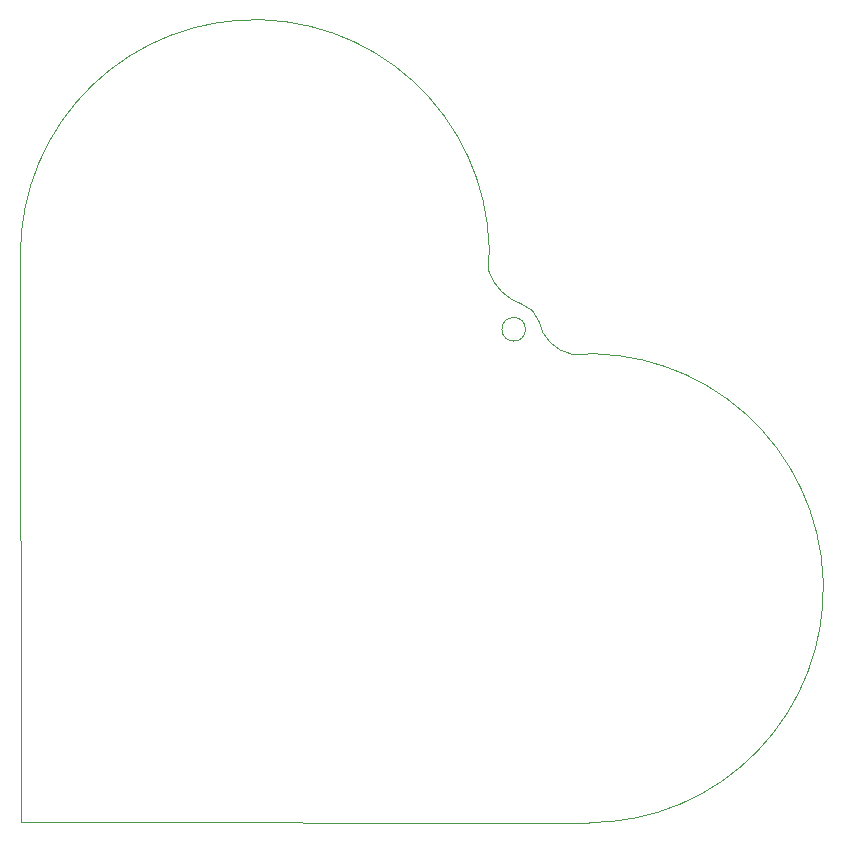
<source format=gm1>
G04 #@! TF.GenerationSoftware,KiCad,Pcbnew,5.1.7-a382d34a88~90~ubuntu20.04.1*
G04 #@! TF.CreationDate,2022-01-21T18:01:13-05:00*
G04 #@! TF.ProjectId,cr2022012001-12-leds-board,63723230-3232-4303-9132-3030312d3132,rev?*
G04 #@! TF.SameCoordinates,Original*
G04 #@! TF.FileFunction,Profile,NP*
%FSLAX46Y46*%
G04 Gerber Fmt 4.6, Leading zero omitted, Abs format (unit mm)*
G04 Created by KiCad (PCBNEW 5.1.7-a382d34a88~90~ubuntu20.04.1) date 2022-01-21 18:01:13*
%MOMM*%
%LPD*%
G01*
G04 APERTURE LIST*
G04 #@! TA.AperFunction,Profile*
%ADD10C,0.050000*%
G04 #@! TD*
G04 APERTURE END LIST*
D10*
X192621320Y-58496429D02*
G75*
G03*
X192621320Y-58496429I-1000000J0D01*
G01*
X192328427Y-56375108D02*
G75*
G02*
X189500001Y-53546681I1414214J4242640D01*
G01*
X196571068Y-60617749D02*
G75*
G02*
X193742641Y-57789322I707107J3535534D01*
G01*
X192328426Y-56375109D02*
G75*
G02*
X193742639Y-57789322I-707106J-2121320D01*
G01*
X197985281Y-100266172D02*
X149902020Y-100215729D01*
X149851575Y-52132468D02*
X149902020Y-100215729D01*
X197985280Y-100266172D02*
G75*
G03*
X196571068Y-60617749I1J19849433D01*
G01*
X149851576Y-52132469D02*
G75*
G02*
X189500001Y-53546681I19849434J1D01*
G01*
M02*

</source>
